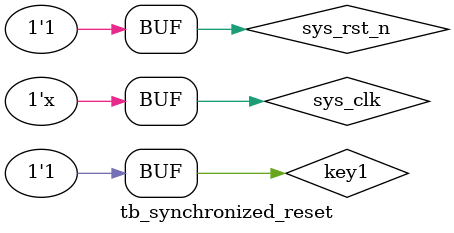
<source format=v>
`timescale 1ns/1ns 

module tb_synchronized_reset();
reg sys_clk;
reg sys_rst_n;
reg key1;
wire LED0;



initial begin
	sys_clk    = 1'b0;
	sys_rst_n <= 1'b1;
	key1   <= 1'b1;
	#20 sys_rst_n <= 1'b0;
	#19 sys_rst_n <= 1'b1;
	#35 sys_rst_n <= 1'b0;
	#25 sys_rst_n <= 1'b1;

end 

always #10 sys_clk = ~sys_clk; 

//
synchronized_reset   synchronized_reset_inst(
	.sys_clk(sys_clk),
	.sys_rst_n(sys_rst_n),
	.key1(key1),
	.LED0(LED0)
);

endmodule

</source>
